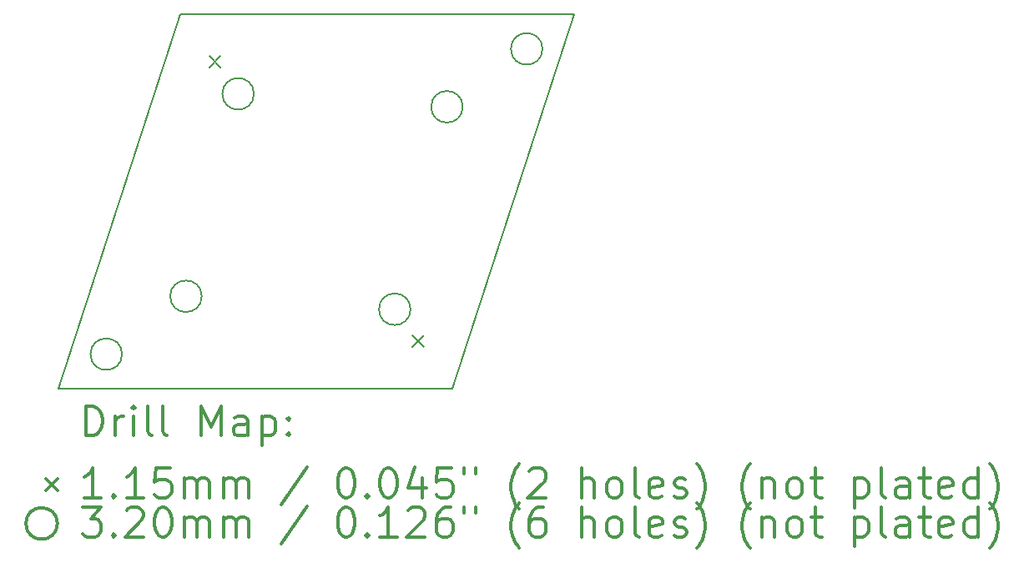
<source format=gbr>
%FSLAX45Y45*%
G04 Gerber Fmt 4.5, Leading zero omitted, Abs format (unit mm)*
G04 Created by KiCad (PCBNEW 5.1.9) date 2021-02-12 10:51:04*
%MOMM*%
%LPD*%
G01*
G04 APERTURE LIST*
%TA.AperFunction,Profile*%
%ADD10C,0.200000*%
%TD*%
%ADD11C,0.200000*%
%ADD12C,0.300000*%
G04 APERTURE END LIST*
D10*
X12085162Y-11402826D02*
X16085162Y-11402826D01*
X16085162Y-11402826D02*
X17321230Y-7598600D01*
X17321230Y-7598600D02*
X13321230Y-7598600D01*
X13321230Y-7598600D02*
X12085162Y-11402826D01*
D11*
X13616401Y-8026510D02*
X13731401Y-8141510D01*
X13731401Y-8026510D02*
X13616401Y-8141510D01*
X15674991Y-10859916D02*
X15789991Y-10974916D01*
X15789991Y-10859916D02*
X15674991Y-10974916D01*
X12730572Y-11050155D02*
G75*
G03*
X12730572Y-11050155I-160000J0D01*
G01*
X13539589Y-10462370D02*
G75*
G03*
X13539589Y-10462370I-160000J0D01*
G01*
X14069015Y-8407617D02*
G75*
G03*
X14069015Y-8407617I-160000J0D01*
G01*
X15657377Y-10593809D02*
G75*
G03*
X15657377Y-10593809I-160000J0D01*
G01*
X16186803Y-8539056D02*
G75*
G03*
X16186803Y-8539056I-160000J0D01*
G01*
X16995820Y-7951271D02*
G75*
G03*
X16995820Y-7951271I-160000J0D01*
G01*
D12*
X12361590Y-11878540D02*
X12361590Y-11578540D01*
X12433019Y-11578540D01*
X12475876Y-11592826D01*
X12504448Y-11621397D01*
X12518733Y-11649969D01*
X12533019Y-11707112D01*
X12533019Y-11749969D01*
X12518733Y-11807112D01*
X12504448Y-11835683D01*
X12475876Y-11864255D01*
X12433019Y-11878540D01*
X12361590Y-11878540D01*
X12661590Y-11878540D02*
X12661590Y-11678540D01*
X12661590Y-11735683D02*
X12675876Y-11707112D01*
X12690162Y-11692826D01*
X12718733Y-11678540D01*
X12747305Y-11678540D01*
X12847305Y-11878540D02*
X12847305Y-11678540D01*
X12847305Y-11578540D02*
X12833019Y-11592826D01*
X12847305Y-11607112D01*
X12861590Y-11592826D01*
X12847305Y-11578540D01*
X12847305Y-11607112D01*
X13033019Y-11878540D02*
X13004448Y-11864255D01*
X12990162Y-11835683D01*
X12990162Y-11578540D01*
X13190162Y-11878540D02*
X13161590Y-11864255D01*
X13147305Y-11835683D01*
X13147305Y-11578540D01*
X13533019Y-11878540D02*
X13533019Y-11578540D01*
X13633019Y-11792826D01*
X13733019Y-11578540D01*
X13733019Y-11878540D01*
X14004448Y-11878540D02*
X14004448Y-11721397D01*
X13990162Y-11692826D01*
X13961590Y-11678540D01*
X13904448Y-11678540D01*
X13875876Y-11692826D01*
X14004448Y-11864255D02*
X13975876Y-11878540D01*
X13904448Y-11878540D01*
X13875876Y-11864255D01*
X13861590Y-11835683D01*
X13861590Y-11807112D01*
X13875876Y-11778540D01*
X13904448Y-11764255D01*
X13975876Y-11764255D01*
X14004448Y-11749969D01*
X14147305Y-11678540D02*
X14147305Y-11978540D01*
X14147305Y-11692826D02*
X14175876Y-11678540D01*
X14233019Y-11678540D01*
X14261590Y-11692826D01*
X14275876Y-11707112D01*
X14290162Y-11735683D01*
X14290162Y-11821397D01*
X14275876Y-11849969D01*
X14261590Y-11864255D01*
X14233019Y-11878540D01*
X14175876Y-11878540D01*
X14147305Y-11864255D01*
X14418733Y-11849969D02*
X14433019Y-11864255D01*
X14418733Y-11878540D01*
X14404448Y-11864255D01*
X14418733Y-11849969D01*
X14418733Y-11878540D01*
X14418733Y-11692826D02*
X14433019Y-11707112D01*
X14418733Y-11721397D01*
X14404448Y-11707112D01*
X14418733Y-11692826D01*
X14418733Y-11721397D01*
X11960162Y-12315326D02*
X12075162Y-12430326D01*
X12075162Y-12315326D02*
X11960162Y-12430326D01*
X12518733Y-12508540D02*
X12347305Y-12508540D01*
X12433019Y-12508540D02*
X12433019Y-12208540D01*
X12404448Y-12251397D01*
X12375876Y-12279969D01*
X12347305Y-12294255D01*
X12647305Y-12479969D02*
X12661590Y-12494255D01*
X12647305Y-12508540D01*
X12633019Y-12494255D01*
X12647305Y-12479969D01*
X12647305Y-12508540D01*
X12947305Y-12508540D02*
X12775876Y-12508540D01*
X12861590Y-12508540D02*
X12861590Y-12208540D01*
X12833019Y-12251397D01*
X12804448Y-12279969D01*
X12775876Y-12294255D01*
X13218733Y-12208540D02*
X13075876Y-12208540D01*
X13061590Y-12351397D01*
X13075876Y-12337112D01*
X13104448Y-12322826D01*
X13175876Y-12322826D01*
X13204448Y-12337112D01*
X13218733Y-12351397D01*
X13233019Y-12379969D01*
X13233019Y-12451397D01*
X13218733Y-12479969D01*
X13204448Y-12494255D01*
X13175876Y-12508540D01*
X13104448Y-12508540D01*
X13075876Y-12494255D01*
X13061590Y-12479969D01*
X13361590Y-12508540D02*
X13361590Y-12308540D01*
X13361590Y-12337112D02*
X13375876Y-12322826D01*
X13404448Y-12308540D01*
X13447305Y-12308540D01*
X13475876Y-12322826D01*
X13490162Y-12351397D01*
X13490162Y-12508540D01*
X13490162Y-12351397D02*
X13504448Y-12322826D01*
X13533019Y-12308540D01*
X13575876Y-12308540D01*
X13604448Y-12322826D01*
X13618733Y-12351397D01*
X13618733Y-12508540D01*
X13761590Y-12508540D02*
X13761590Y-12308540D01*
X13761590Y-12337112D02*
X13775876Y-12322826D01*
X13804448Y-12308540D01*
X13847305Y-12308540D01*
X13875876Y-12322826D01*
X13890162Y-12351397D01*
X13890162Y-12508540D01*
X13890162Y-12351397D02*
X13904448Y-12322826D01*
X13933019Y-12308540D01*
X13975876Y-12308540D01*
X14004448Y-12322826D01*
X14018733Y-12351397D01*
X14018733Y-12508540D01*
X14604448Y-12194255D02*
X14347305Y-12579969D01*
X14990162Y-12208540D02*
X15018733Y-12208540D01*
X15047305Y-12222826D01*
X15061590Y-12237112D01*
X15075876Y-12265683D01*
X15090162Y-12322826D01*
X15090162Y-12394255D01*
X15075876Y-12451397D01*
X15061590Y-12479969D01*
X15047305Y-12494255D01*
X15018733Y-12508540D01*
X14990162Y-12508540D01*
X14961590Y-12494255D01*
X14947305Y-12479969D01*
X14933019Y-12451397D01*
X14918733Y-12394255D01*
X14918733Y-12322826D01*
X14933019Y-12265683D01*
X14947305Y-12237112D01*
X14961590Y-12222826D01*
X14990162Y-12208540D01*
X15218733Y-12479969D02*
X15233019Y-12494255D01*
X15218733Y-12508540D01*
X15204448Y-12494255D01*
X15218733Y-12479969D01*
X15218733Y-12508540D01*
X15418733Y-12208540D02*
X15447305Y-12208540D01*
X15475876Y-12222826D01*
X15490162Y-12237112D01*
X15504448Y-12265683D01*
X15518733Y-12322826D01*
X15518733Y-12394255D01*
X15504448Y-12451397D01*
X15490162Y-12479969D01*
X15475876Y-12494255D01*
X15447305Y-12508540D01*
X15418733Y-12508540D01*
X15390162Y-12494255D01*
X15375876Y-12479969D01*
X15361590Y-12451397D01*
X15347305Y-12394255D01*
X15347305Y-12322826D01*
X15361590Y-12265683D01*
X15375876Y-12237112D01*
X15390162Y-12222826D01*
X15418733Y-12208540D01*
X15775876Y-12308540D02*
X15775876Y-12508540D01*
X15704448Y-12194255D02*
X15633019Y-12408540D01*
X15818733Y-12408540D01*
X16075876Y-12208540D02*
X15933019Y-12208540D01*
X15918733Y-12351397D01*
X15933019Y-12337112D01*
X15961590Y-12322826D01*
X16033019Y-12322826D01*
X16061590Y-12337112D01*
X16075876Y-12351397D01*
X16090162Y-12379969D01*
X16090162Y-12451397D01*
X16075876Y-12479969D01*
X16061590Y-12494255D01*
X16033019Y-12508540D01*
X15961590Y-12508540D01*
X15933019Y-12494255D01*
X15918733Y-12479969D01*
X16204448Y-12208540D02*
X16204448Y-12265683D01*
X16318733Y-12208540D02*
X16318733Y-12265683D01*
X16761590Y-12622826D02*
X16747305Y-12608540D01*
X16718733Y-12565683D01*
X16704448Y-12537112D01*
X16690162Y-12494255D01*
X16675876Y-12422826D01*
X16675876Y-12365683D01*
X16690162Y-12294255D01*
X16704448Y-12251397D01*
X16718733Y-12222826D01*
X16747305Y-12179969D01*
X16761590Y-12165683D01*
X16861590Y-12237112D02*
X16875876Y-12222826D01*
X16904448Y-12208540D01*
X16975876Y-12208540D01*
X17004448Y-12222826D01*
X17018733Y-12237112D01*
X17033019Y-12265683D01*
X17033019Y-12294255D01*
X17018733Y-12337112D01*
X16847305Y-12508540D01*
X17033019Y-12508540D01*
X17390162Y-12508540D02*
X17390162Y-12208540D01*
X17518733Y-12508540D02*
X17518733Y-12351397D01*
X17504448Y-12322826D01*
X17475876Y-12308540D01*
X17433019Y-12308540D01*
X17404448Y-12322826D01*
X17390162Y-12337112D01*
X17704448Y-12508540D02*
X17675876Y-12494255D01*
X17661590Y-12479969D01*
X17647305Y-12451397D01*
X17647305Y-12365683D01*
X17661590Y-12337112D01*
X17675876Y-12322826D01*
X17704448Y-12308540D01*
X17747305Y-12308540D01*
X17775876Y-12322826D01*
X17790162Y-12337112D01*
X17804448Y-12365683D01*
X17804448Y-12451397D01*
X17790162Y-12479969D01*
X17775876Y-12494255D01*
X17747305Y-12508540D01*
X17704448Y-12508540D01*
X17975876Y-12508540D02*
X17947305Y-12494255D01*
X17933019Y-12465683D01*
X17933019Y-12208540D01*
X18204448Y-12494255D02*
X18175876Y-12508540D01*
X18118733Y-12508540D01*
X18090162Y-12494255D01*
X18075876Y-12465683D01*
X18075876Y-12351397D01*
X18090162Y-12322826D01*
X18118733Y-12308540D01*
X18175876Y-12308540D01*
X18204448Y-12322826D01*
X18218733Y-12351397D01*
X18218733Y-12379969D01*
X18075876Y-12408540D01*
X18333019Y-12494255D02*
X18361590Y-12508540D01*
X18418733Y-12508540D01*
X18447305Y-12494255D01*
X18461590Y-12465683D01*
X18461590Y-12451397D01*
X18447305Y-12422826D01*
X18418733Y-12408540D01*
X18375876Y-12408540D01*
X18347305Y-12394255D01*
X18333019Y-12365683D01*
X18333019Y-12351397D01*
X18347305Y-12322826D01*
X18375876Y-12308540D01*
X18418733Y-12308540D01*
X18447305Y-12322826D01*
X18561590Y-12622826D02*
X18575876Y-12608540D01*
X18604448Y-12565683D01*
X18618733Y-12537112D01*
X18633019Y-12494255D01*
X18647305Y-12422826D01*
X18647305Y-12365683D01*
X18633019Y-12294255D01*
X18618733Y-12251397D01*
X18604448Y-12222826D01*
X18575876Y-12179969D01*
X18561590Y-12165683D01*
X19104448Y-12622826D02*
X19090162Y-12608540D01*
X19061590Y-12565683D01*
X19047305Y-12537112D01*
X19033019Y-12494255D01*
X19018733Y-12422826D01*
X19018733Y-12365683D01*
X19033019Y-12294255D01*
X19047305Y-12251397D01*
X19061590Y-12222826D01*
X19090162Y-12179969D01*
X19104448Y-12165683D01*
X19218733Y-12308540D02*
X19218733Y-12508540D01*
X19218733Y-12337112D02*
X19233019Y-12322826D01*
X19261590Y-12308540D01*
X19304448Y-12308540D01*
X19333019Y-12322826D01*
X19347305Y-12351397D01*
X19347305Y-12508540D01*
X19533019Y-12508540D02*
X19504448Y-12494255D01*
X19490162Y-12479969D01*
X19475876Y-12451397D01*
X19475876Y-12365683D01*
X19490162Y-12337112D01*
X19504448Y-12322826D01*
X19533019Y-12308540D01*
X19575876Y-12308540D01*
X19604448Y-12322826D01*
X19618733Y-12337112D01*
X19633019Y-12365683D01*
X19633019Y-12451397D01*
X19618733Y-12479969D01*
X19604448Y-12494255D01*
X19575876Y-12508540D01*
X19533019Y-12508540D01*
X19718733Y-12308540D02*
X19833019Y-12308540D01*
X19761590Y-12208540D02*
X19761590Y-12465683D01*
X19775876Y-12494255D01*
X19804448Y-12508540D01*
X19833019Y-12508540D01*
X20161590Y-12308540D02*
X20161590Y-12608540D01*
X20161590Y-12322826D02*
X20190162Y-12308540D01*
X20247305Y-12308540D01*
X20275876Y-12322826D01*
X20290162Y-12337112D01*
X20304448Y-12365683D01*
X20304448Y-12451397D01*
X20290162Y-12479969D01*
X20275876Y-12494255D01*
X20247305Y-12508540D01*
X20190162Y-12508540D01*
X20161590Y-12494255D01*
X20475876Y-12508540D02*
X20447305Y-12494255D01*
X20433019Y-12465683D01*
X20433019Y-12208540D01*
X20718733Y-12508540D02*
X20718733Y-12351397D01*
X20704448Y-12322826D01*
X20675876Y-12308540D01*
X20618733Y-12308540D01*
X20590162Y-12322826D01*
X20718733Y-12494255D02*
X20690162Y-12508540D01*
X20618733Y-12508540D01*
X20590162Y-12494255D01*
X20575876Y-12465683D01*
X20575876Y-12437112D01*
X20590162Y-12408540D01*
X20618733Y-12394255D01*
X20690162Y-12394255D01*
X20718733Y-12379969D01*
X20818733Y-12308540D02*
X20933019Y-12308540D01*
X20861590Y-12208540D02*
X20861590Y-12465683D01*
X20875876Y-12494255D01*
X20904448Y-12508540D01*
X20933019Y-12508540D01*
X21147305Y-12494255D02*
X21118733Y-12508540D01*
X21061590Y-12508540D01*
X21033019Y-12494255D01*
X21018733Y-12465683D01*
X21018733Y-12351397D01*
X21033019Y-12322826D01*
X21061590Y-12308540D01*
X21118733Y-12308540D01*
X21147305Y-12322826D01*
X21161590Y-12351397D01*
X21161590Y-12379969D01*
X21018733Y-12408540D01*
X21418733Y-12508540D02*
X21418733Y-12208540D01*
X21418733Y-12494255D02*
X21390162Y-12508540D01*
X21333019Y-12508540D01*
X21304448Y-12494255D01*
X21290162Y-12479969D01*
X21275876Y-12451397D01*
X21275876Y-12365683D01*
X21290162Y-12337112D01*
X21304448Y-12322826D01*
X21333019Y-12308540D01*
X21390162Y-12308540D01*
X21418733Y-12322826D01*
X21533019Y-12622826D02*
X21547305Y-12608540D01*
X21575876Y-12565683D01*
X21590162Y-12537112D01*
X21604448Y-12494255D01*
X21618733Y-12422826D01*
X21618733Y-12365683D01*
X21604448Y-12294255D01*
X21590162Y-12251397D01*
X21575876Y-12222826D01*
X21547305Y-12179969D01*
X21533019Y-12165683D01*
X12075162Y-12768826D02*
G75*
G03*
X12075162Y-12768826I-160000J0D01*
G01*
X12333019Y-12604540D02*
X12518733Y-12604540D01*
X12418733Y-12718826D01*
X12461590Y-12718826D01*
X12490162Y-12733112D01*
X12504448Y-12747397D01*
X12518733Y-12775969D01*
X12518733Y-12847397D01*
X12504448Y-12875969D01*
X12490162Y-12890255D01*
X12461590Y-12904540D01*
X12375876Y-12904540D01*
X12347305Y-12890255D01*
X12333019Y-12875969D01*
X12647305Y-12875969D02*
X12661590Y-12890255D01*
X12647305Y-12904540D01*
X12633019Y-12890255D01*
X12647305Y-12875969D01*
X12647305Y-12904540D01*
X12775876Y-12633112D02*
X12790162Y-12618826D01*
X12818733Y-12604540D01*
X12890162Y-12604540D01*
X12918733Y-12618826D01*
X12933019Y-12633112D01*
X12947305Y-12661683D01*
X12947305Y-12690255D01*
X12933019Y-12733112D01*
X12761590Y-12904540D01*
X12947305Y-12904540D01*
X13133019Y-12604540D02*
X13161590Y-12604540D01*
X13190162Y-12618826D01*
X13204448Y-12633112D01*
X13218733Y-12661683D01*
X13233019Y-12718826D01*
X13233019Y-12790255D01*
X13218733Y-12847397D01*
X13204448Y-12875969D01*
X13190162Y-12890255D01*
X13161590Y-12904540D01*
X13133019Y-12904540D01*
X13104448Y-12890255D01*
X13090162Y-12875969D01*
X13075876Y-12847397D01*
X13061590Y-12790255D01*
X13061590Y-12718826D01*
X13075876Y-12661683D01*
X13090162Y-12633112D01*
X13104448Y-12618826D01*
X13133019Y-12604540D01*
X13361590Y-12904540D02*
X13361590Y-12704540D01*
X13361590Y-12733112D02*
X13375876Y-12718826D01*
X13404448Y-12704540D01*
X13447305Y-12704540D01*
X13475876Y-12718826D01*
X13490162Y-12747397D01*
X13490162Y-12904540D01*
X13490162Y-12747397D02*
X13504448Y-12718826D01*
X13533019Y-12704540D01*
X13575876Y-12704540D01*
X13604448Y-12718826D01*
X13618733Y-12747397D01*
X13618733Y-12904540D01*
X13761590Y-12904540D02*
X13761590Y-12704540D01*
X13761590Y-12733112D02*
X13775876Y-12718826D01*
X13804448Y-12704540D01*
X13847305Y-12704540D01*
X13875876Y-12718826D01*
X13890162Y-12747397D01*
X13890162Y-12904540D01*
X13890162Y-12747397D02*
X13904448Y-12718826D01*
X13933019Y-12704540D01*
X13975876Y-12704540D01*
X14004448Y-12718826D01*
X14018733Y-12747397D01*
X14018733Y-12904540D01*
X14604448Y-12590255D02*
X14347305Y-12975969D01*
X14990162Y-12604540D02*
X15018733Y-12604540D01*
X15047305Y-12618826D01*
X15061590Y-12633112D01*
X15075876Y-12661683D01*
X15090162Y-12718826D01*
X15090162Y-12790255D01*
X15075876Y-12847397D01*
X15061590Y-12875969D01*
X15047305Y-12890255D01*
X15018733Y-12904540D01*
X14990162Y-12904540D01*
X14961590Y-12890255D01*
X14947305Y-12875969D01*
X14933019Y-12847397D01*
X14918733Y-12790255D01*
X14918733Y-12718826D01*
X14933019Y-12661683D01*
X14947305Y-12633112D01*
X14961590Y-12618826D01*
X14990162Y-12604540D01*
X15218733Y-12875969D02*
X15233019Y-12890255D01*
X15218733Y-12904540D01*
X15204448Y-12890255D01*
X15218733Y-12875969D01*
X15218733Y-12904540D01*
X15518733Y-12904540D02*
X15347305Y-12904540D01*
X15433019Y-12904540D02*
X15433019Y-12604540D01*
X15404448Y-12647397D01*
X15375876Y-12675969D01*
X15347305Y-12690255D01*
X15633019Y-12633112D02*
X15647305Y-12618826D01*
X15675876Y-12604540D01*
X15747305Y-12604540D01*
X15775876Y-12618826D01*
X15790162Y-12633112D01*
X15804448Y-12661683D01*
X15804448Y-12690255D01*
X15790162Y-12733112D01*
X15618733Y-12904540D01*
X15804448Y-12904540D01*
X16061590Y-12604540D02*
X16004448Y-12604540D01*
X15975876Y-12618826D01*
X15961590Y-12633112D01*
X15933019Y-12675969D01*
X15918733Y-12733112D01*
X15918733Y-12847397D01*
X15933019Y-12875969D01*
X15947305Y-12890255D01*
X15975876Y-12904540D01*
X16033019Y-12904540D01*
X16061590Y-12890255D01*
X16075876Y-12875969D01*
X16090162Y-12847397D01*
X16090162Y-12775969D01*
X16075876Y-12747397D01*
X16061590Y-12733112D01*
X16033019Y-12718826D01*
X15975876Y-12718826D01*
X15947305Y-12733112D01*
X15933019Y-12747397D01*
X15918733Y-12775969D01*
X16204448Y-12604540D02*
X16204448Y-12661683D01*
X16318733Y-12604540D02*
X16318733Y-12661683D01*
X16761590Y-13018826D02*
X16747305Y-13004540D01*
X16718733Y-12961683D01*
X16704448Y-12933112D01*
X16690162Y-12890255D01*
X16675876Y-12818826D01*
X16675876Y-12761683D01*
X16690162Y-12690255D01*
X16704448Y-12647397D01*
X16718733Y-12618826D01*
X16747305Y-12575969D01*
X16761590Y-12561683D01*
X17004448Y-12604540D02*
X16947305Y-12604540D01*
X16918733Y-12618826D01*
X16904448Y-12633112D01*
X16875876Y-12675969D01*
X16861590Y-12733112D01*
X16861590Y-12847397D01*
X16875876Y-12875969D01*
X16890162Y-12890255D01*
X16918733Y-12904540D01*
X16975876Y-12904540D01*
X17004448Y-12890255D01*
X17018733Y-12875969D01*
X17033019Y-12847397D01*
X17033019Y-12775969D01*
X17018733Y-12747397D01*
X17004448Y-12733112D01*
X16975876Y-12718826D01*
X16918733Y-12718826D01*
X16890162Y-12733112D01*
X16875876Y-12747397D01*
X16861590Y-12775969D01*
X17390162Y-12904540D02*
X17390162Y-12604540D01*
X17518733Y-12904540D02*
X17518733Y-12747397D01*
X17504448Y-12718826D01*
X17475876Y-12704540D01*
X17433019Y-12704540D01*
X17404448Y-12718826D01*
X17390162Y-12733112D01*
X17704448Y-12904540D02*
X17675876Y-12890255D01*
X17661590Y-12875969D01*
X17647305Y-12847397D01*
X17647305Y-12761683D01*
X17661590Y-12733112D01*
X17675876Y-12718826D01*
X17704448Y-12704540D01*
X17747305Y-12704540D01*
X17775876Y-12718826D01*
X17790162Y-12733112D01*
X17804448Y-12761683D01*
X17804448Y-12847397D01*
X17790162Y-12875969D01*
X17775876Y-12890255D01*
X17747305Y-12904540D01*
X17704448Y-12904540D01*
X17975876Y-12904540D02*
X17947305Y-12890255D01*
X17933019Y-12861683D01*
X17933019Y-12604540D01*
X18204448Y-12890255D02*
X18175876Y-12904540D01*
X18118733Y-12904540D01*
X18090162Y-12890255D01*
X18075876Y-12861683D01*
X18075876Y-12747397D01*
X18090162Y-12718826D01*
X18118733Y-12704540D01*
X18175876Y-12704540D01*
X18204448Y-12718826D01*
X18218733Y-12747397D01*
X18218733Y-12775969D01*
X18075876Y-12804540D01*
X18333019Y-12890255D02*
X18361590Y-12904540D01*
X18418733Y-12904540D01*
X18447305Y-12890255D01*
X18461590Y-12861683D01*
X18461590Y-12847397D01*
X18447305Y-12818826D01*
X18418733Y-12804540D01*
X18375876Y-12804540D01*
X18347305Y-12790255D01*
X18333019Y-12761683D01*
X18333019Y-12747397D01*
X18347305Y-12718826D01*
X18375876Y-12704540D01*
X18418733Y-12704540D01*
X18447305Y-12718826D01*
X18561590Y-13018826D02*
X18575876Y-13004540D01*
X18604448Y-12961683D01*
X18618733Y-12933112D01*
X18633019Y-12890255D01*
X18647305Y-12818826D01*
X18647305Y-12761683D01*
X18633019Y-12690255D01*
X18618733Y-12647397D01*
X18604448Y-12618826D01*
X18575876Y-12575969D01*
X18561590Y-12561683D01*
X19104448Y-13018826D02*
X19090162Y-13004540D01*
X19061590Y-12961683D01*
X19047305Y-12933112D01*
X19033019Y-12890255D01*
X19018733Y-12818826D01*
X19018733Y-12761683D01*
X19033019Y-12690255D01*
X19047305Y-12647397D01*
X19061590Y-12618826D01*
X19090162Y-12575969D01*
X19104448Y-12561683D01*
X19218733Y-12704540D02*
X19218733Y-12904540D01*
X19218733Y-12733112D02*
X19233019Y-12718826D01*
X19261590Y-12704540D01*
X19304448Y-12704540D01*
X19333019Y-12718826D01*
X19347305Y-12747397D01*
X19347305Y-12904540D01*
X19533019Y-12904540D02*
X19504448Y-12890255D01*
X19490162Y-12875969D01*
X19475876Y-12847397D01*
X19475876Y-12761683D01*
X19490162Y-12733112D01*
X19504448Y-12718826D01*
X19533019Y-12704540D01*
X19575876Y-12704540D01*
X19604448Y-12718826D01*
X19618733Y-12733112D01*
X19633019Y-12761683D01*
X19633019Y-12847397D01*
X19618733Y-12875969D01*
X19604448Y-12890255D01*
X19575876Y-12904540D01*
X19533019Y-12904540D01*
X19718733Y-12704540D02*
X19833019Y-12704540D01*
X19761590Y-12604540D02*
X19761590Y-12861683D01*
X19775876Y-12890255D01*
X19804448Y-12904540D01*
X19833019Y-12904540D01*
X20161590Y-12704540D02*
X20161590Y-13004540D01*
X20161590Y-12718826D02*
X20190162Y-12704540D01*
X20247305Y-12704540D01*
X20275876Y-12718826D01*
X20290162Y-12733112D01*
X20304448Y-12761683D01*
X20304448Y-12847397D01*
X20290162Y-12875969D01*
X20275876Y-12890255D01*
X20247305Y-12904540D01*
X20190162Y-12904540D01*
X20161590Y-12890255D01*
X20475876Y-12904540D02*
X20447305Y-12890255D01*
X20433019Y-12861683D01*
X20433019Y-12604540D01*
X20718733Y-12904540D02*
X20718733Y-12747397D01*
X20704448Y-12718826D01*
X20675876Y-12704540D01*
X20618733Y-12704540D01*
X20590162Y-12718826D01*
X20718733Y-12890255D02*
X20690162Y-12904540D01*
X20618733Y-12904540D01*
X20590162Y-12890255D01*
X20575876Y-12861683D01*
X20575876Y-12833112D01*
X20590162Y-12804540D01*
X20618733Y-12790255D01*
X20690162Y-12790255D01*
X20718733Y-12775969D01*
X20818733Y-12704540D02*
X20933019Y-12704540D01*
X20861590Y-12604540D02*
X20861590Y-12861683D01*
X20875876Y-12890255D01*
X20904448Y-12904540D01*
X20933019Y-12904540D01*
X21147305Y-12890255D02*
X21118733Y-12904540D01*
X21061590Y-12904540D01*
X21033019Y-12890255D01*
X21018733Y-12861683D01*
X21018733Y-12747397D01*
X21033019Y-12718826D01*
X21061590Y-12704540D01*
X21118733Y-12704540D01*
X21147305Y-12718826D01*
X21161590Y-12747397D01*
X21161590Y-12775969D01*
X21018733Y-12804540D01*
X21418733Y-12904540D02*
X21418733Y-12604540D01*
X21418733Y-12890255D02*
X21390162Y-12904540D01*
X21333019Y-12904540D01*
X21304448Y-12890255D01*
X21290162Y-12875969D01*
X21275876Y-12847397D01*
X21275876Y-12761683D01*
X21290162Y-12733112D01*
X21304448Y-12718826D01*
X21333019Y-12704540D01*
X21390162Y-12704540D01*
X21418733Y-12718826D01*
X21533019Y-13018826D02*
X21547305Y-13004540D01*
X21575876Y-12961683D01*
X21590162Y-12933112D01*
X21604448Y-12890255D01*
X21618733Y-12818826D01*
X21618733Y-12761683D01*
X21604448Y-12690255D01*
X21590162Y-12647397D01*
X21575876Y-12618826D01*
X21547305Y-12575969D01*
X21533019Y-12561683D01*
M02*

</source>
